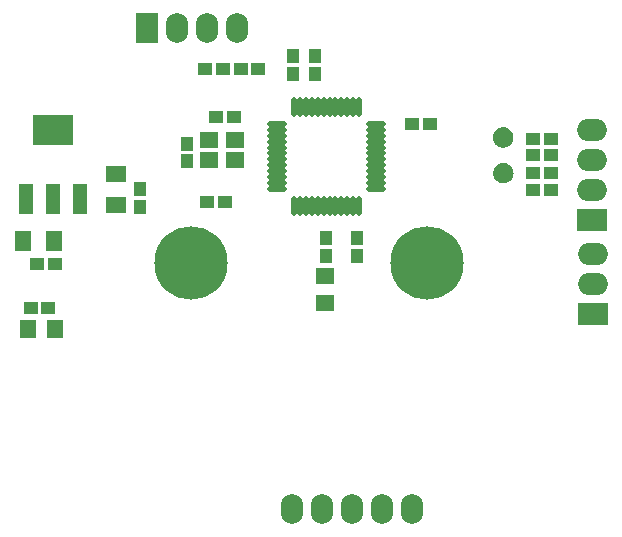
<source format=gts>
G04*
G04 #@! TF.GenerationSoftware,Altium Limited,Altium Designer,21.3.2 (30)*
G04*
G04 Layer_Color=8388736*
%FSLAX24Y24*%
%MOIN*%
G70*
G04*
G04 #@! TF.SameCoordinates,C6C43F33-DCCB-449E-A6F8-7945281E5F6C*
G04*
G04*
G04 #@! TF.FilePolarity,Negative*
G04*
G01*
G75*
%ADD20R,0.0709X0.0551*%
%ADD22R,0.0551X0.0709*%
%ADD30R,0.0474X0.1025*%
%ADD31R,0.1379X0.1025*%
%ADD32R,0.0434X0.0454*%
%ADD33R,0.0454X0.0434*%
%ADD34R,0.0580X0.0630*%
%ADD35R,0.0630X0.0580*%
%ADD36O,0.0198X0.0651*%
%ADD37O,0.0651X0.0198*%
%ADD38C,0.0159*%
G04:AMPARAMS|DCode=39|XSize=63.1mil|YSize=55.2mil|CornerRadius=9.9mil|HoleSize=0mil|Usage=FLASHONLY|Rotation=0.000|XOffset=0mil|YOffset=0mil|HoleType=Round|Shape=RoundedRectangle|*
%AMROUNDEDRECTD39*
21,1,0.0631,0.0354,0,0,0.0*
21,1,0.0433,0.0552,0,0,0.0*
1,1,0.0198,0.0217,-0.0177*
1,1,0.0198,-0.0217,-0.0177*
1,1,0.0198,-0.0217,0.0177*
1,1,0.0198,0.0217,0.0177*
%
%ADD39ROUNDEDRECTD39*%
%ADD40O,0.0986X0.0749*%
%ADD41R,0.0986X0.0749*%
%ADD42O,0.0749X0.0986*%
%ADD43R,0.0749X0.0986*%
%ADD44C,0.2442*%
G36*
X18519Y14389D02*
X18521Y14388D01*
X18535Y14387D01*
X18537Y14387D01*
X18539Y14387D01*
X18566Y14381D01*
X18568Y14381D01*
X18569Y14380D01*
X18596Y14373D01*
X18598Y14372D01*
X18599Y14372D01*
X18625Y14361D01*
X18627Y14361D01*
X18629Y14360D01*
X18653Y14348D01*
X18655Y14347D01*
X18656Y14346D01*
X18680Y14331D01*
X18681Y14330D01*
X18683Y14329D01*
X18705Y14312D01*
X18706Y14311D01*
X18708Y14310D01*
X18728Y14291D01*
X18729Y14290D01*
X18731Y14289D01*
X18749Y14268D01*
X18750Y14267D01*
X18752Y14265D01*
X18768Y14243D01*
X18769Y14242D01*
X18770Y14240D01*
X18785Y14217D01*
X18786Y14215D01*
X18786Y14213D01*
X18799Y14189D01*
X18799Y14187D01*
X18800Y14185D01*
X18810Y14159D01*
X18811Y14158D01*
X18811Y14156D01*
X18819Y14129D01*
X18819Y14128D01*
X18820Y14126D01*
X18825Y14099D01*
X18825Y14097D01*
X18825Y14095D01*
X18828Y14067D01*
X18828Y14066D01*
X18828Y14064D01*
X18828Y14050D01*
X18828Y14050D01*
X18828Y14036D01*
X18828Y14034D01*
X18828Y14033D01*
X18825Y14005D01*
X18825Y14003D01*
X18825Y14001D01*
X18820Y13974D01*
X18819Y13972D01*
X18819Y13971D01*
X18811Y13944D01*
X18811Y13942D01*
X18810Y13941D01*
X18800Y13915D01*
X18799Y13913D01*
X18799Y13911D01*
X18786Y13887D01*
X18786Y13885D01*
X18785Y13883D01*
X18770Y13860D01*
X18769Y13858D01*
X18768Y13857D01*
X18752Y13835D01*
X18750Y13833D01*
X18749Y13832D01*
X18731Y13811D01*
X18729Y13810D01*
X18728Y13809D01*
X18708Y13790D01*
X18706Y13789D01*
X18705Y13788D01*
X18683Y13771D01*
X18681Y13770D01*
X18680Y13769D01*
X18656Y13754D01*
X18655Y13753D01*
X18653Y13752D01*
X18629Y13740D01*
X18627Y13739D01*
X18625Y13739D01*
X18599Y13728D01*
X18598Y13728D01*
X18596Y13727D01*
X18569Y13720D01*
X18568Y13719D01*
X18566Y13719D01*
X18539Y13713D01*
X18537Y13713D01*
X18535Y13713D01*
X18521Y13712D01*
X18519Y13712D01*
X18517Y13711D01*
X18517D01*
X18517Y13711D01*
X18516Y13711D01*
X18514Y13712D01*
X18512Y13712D01*
X18512Y13712D01*
X18511Y13712D01*
X18509Y13712D01*
X18507Y13713D01*
X18506Y13713D01*
X18506Y13713D01*
X18504Y13714D01*
X18502Y13714D01*
X18501Y13715D01*
X18501Y13715D01*
X18499Y13716D01*
X18497Y13717D01*
X18497Y13717D01*
X18496Y13717D01*
X18495Y13719D01*
X18493Y13720D01*
X18493Y13720D01*
X18492Y13720D01*
X18491Y13722D01*
X18489Y13723D01*
X18489Y13724D01*
X18488Y13724D01*
X18488Y13724D01*
X18488Y13724D01*
X18487Y13724D01*
X18487Y13723D01*
X18486Y13722D01*
X18485Y13721D01*
X18484Y13721D01*
X18484Y13720D01*
X18483Y13720D01*
X18483Y13720D01*
X18482Y13719D01*
X18481Y13718D01*
X18480Y13718D01*
X18480Y13717D01*
X18479Y13717D01*
X18478Y13717D01*
X18477Y13716D01*
X18476Y13716D01*
X18476Y13715D01*
X18475Y13715D01*
X18474Y13715D01*
X18474Y13714D01*
X18473Y13714D01*
X18471Y13714D01*
X18471Y13713D01*
X18470Y13713D01*
X18469Y13713D01*
X18469Y13713D01*
X18468Y13713D01*
X18466Y13712D01*
X18466Y13712D01*
X18465Y13712D01*
X18464Y13712D01*
X18464Y13712D01*
X18462Y13712D01*
X18461Y13711D01*
X18460Y13711D01*
X18460Y13711D01*
X18459Y13711D01*
X18458Y13711D01*
X18457Y13711D01*
X18456Y13711D01*
X18455Y13712D01*
X18454Y13712D01*
X18441Y13713D01*
X18439Y13713D01*
X18437Y13713D01*
X18410Y13719D01*
X18408Y13719D01*
X18406Y13720D01*
X18380Y13727D01*
X18378Y13728D01*
X18376Y13728D01*
X18351Y13739D01*
X18349Y13739D01*
X18347Y13740D01*
X18323Y13752D01*
X18321Y13753D01*
X18319Y13754D01*
X18296Y13769D01*
X18294Y13770D01*
X18293Y13771D01*
X18271Y13788D01*
X18270Y13789D01*
X18268Y13790D01*
X18248Y13809D01*
X18246Y13810D01*
X18245Y13811D01*
X18227Y13832D01*
X18225Y13833D01*
X18224Y13835D01*
X18208Y13857D01*
X18207Y13858D01*
X18206Y13860D01*
X18191Y13883D01*
X18190Y13885D01*
X18189Y13887D01*
X18177Y13911D01*
X18176Y13913D01*
X18176Y13915D01*
X18166Y13941D01*
X18165Y13942D01*
X18164Y13944D01*
X18157Y13971D01*
X18157Y13972D01*
X18156Y13974D01*
X18151Y14001D01*
X18151Y14003D01*
X18151Y14005D01*
X18148Y14032D01*
X18148Y14034D01*
X18148Y14036D01*
X18148Y14050D01*
X18148Y14064D01*
X18148Y14066D01*
X18148Y14067D01*
X18151Y14095D01*
X18151Y14097D01*
X18151Y14099D01*
X18156Y14126D01*
X18157Y14128D01*
X18157Y14129D01*
X18164Y14156D01*
X18165Y14158D01*
X18166Y14159D01*
X18176Y14185D01*
X18176Y14187D01*
X18177Y14189D01*
X18189Y14213D01*
X18190Y14215D01*
X18191Y14217D01*
X18206Y14240D01*
X18207Y14242D01*
X18208Y14243D01*
X18224Y14265D01*
X18225Y14267D01*
X18227Y14268D01*
X18245Y14289D01*
X18246Y14290D01*
X18248Y14291D01*
X18268Y14310D01*
X18270Y14311D01*
X18271Y14312D01*
X18293Y14329D01*
X18294Y14330D01*
X18296Y14331D01*
X18319Y14346D01*
X18321Y14347D01*
X18323Y14348D01*
X18347Y14360D01*
X18349Y14361D01*
X18351Y14361D01*
X18376Y14372D01*
X18378Y14372D01*
X18380Y14373D01*
X18406Y14380D01*
X18408Y14381D01*
X18410Y14381D01*
X18437Y14387D01*
X18439Y14387D01*
X18441Y14387D01*
X18454Y14388D01*
X18456Y14389D01*
X18458Y14389D01*
X18459Y14389D01*
X18460Y14389D01*
X18462Y14388D01*
X18464Y14388D01*
X18464Y14388D01*
X18465Y14388D01*
X18467Y14388D01*
X18469Y14387D01*
X18469Y14387D01*
X18470Y14387D01*
X18472Y14386D01*
X18474Y14386D01*
X18474Y14385D01*
X18475Y14385D01*
X18477Y14384D01*
X18478Y14383D01*
X18479Y14383D01*
X18480Y14383D01*
X18481Y14381D01*
X18483Y14380D01*
X18483Y14380D01*
X18484Y14380D01*
X18485Y14378D01*
X18487Y14377D01*
X18487Y14376D01*
X18488Y14376D01*
X18488Y14376D01*
X18488Y14376D01*
X18489Y14376D01*
X18489Y14377D01*
X18491Y14378D01*
X18492Y14380D01*
X18493Y14380D01*
X18493Y14380D01*
X18495Y14381D01*
X18496Y14383D01*
X18497Y14383D01*
X18497Y14383D01*
X18499Y14384D01*
X18501Y14385D01*
X18501Y14385D01*
X18502Y14386D01*
X18504Y14386D01*
X18506Y14387D01*
X18506Y14387D01*
X18507Y14387D01*
X18509Y14388D01*
X18511Y14388D01*
X18512Y14388D01*
X18512Y14388D01*
X18514Y14388D01*
X18516Y14389D01*
X18517Y14389D01*
X18517Y14389D01*
X18519Y14389D01*
D02*
G37*
G36*
X18512Y15579D02*
X18513Y15578D01*
X18527Y15577D01*
X18529Y15577D01*
X18531Y15577D01*
X18558Y15571D01*
X18560Y15571D01*
X18562Y15570D01*
X18588Y15563D01*
X18590Y15562D01*
X18592Y15562D01*
X18617Y15551D01*
X18619Y15551D01*
X18621Y15550D01*
X18645Y15538D01*
X18647Y15537D01*
X18649Y15536D01*
X18672Y15521D01*
X18673Y15520D01*
X18675Y15519D01*
X18697Y15502D01*
X18698Y15501D01*
X18700Y15500D01*
X18720Y15481D01*
X18721Y15480D01*
X18723Y15479D01*
X18741Y15458D01*
X18742Y15457D01*
X18744Y15455D01*
X18760Y15433D01*
X18761Y15432D01*
X18762Y15430D01*
X18777Y15407D01*
X18778Y15405D01*
X18779Y15403D01*
X18791Y15379D01*
X18792Y15377D01*
X18792Y15375D01*
X18802Y15349D01*
X18803Y15348D01*
X18803Y15346D01*
X18811Y15319D01*
X18811Y15318D01*
X18812Y15316D01*
X18817Y15289D01*
X18817Y15287D01*
X18817Y15285D01*
X18820Y15257D01*
X18820Y15256D01*
X18820Y15254D01*
X18820Y15240D01*
X18820Y15240D01*
X18820Y15226D01*
X18820Y15224D01*
X18820Y15223D01*
X18817Y15195D01*
X18817Y15193D01*
X18817Y15191D01*
X18812Y15164D01*
X18811Y15162D01*
X18811Y15161D01*
X18803Y15134D01*
X18803Y15132D01*
X18802Y15131D01*
X18792Y15105D01*
X18792Y15103D01*
X18791Y15101D01*
X18779Y15077D01*
X18778Y15075D01*
X18777Y15073D01*
X18762Y15050D01*
X18761Y15048D01*
X18760Y15047D01*
X18744Y15025D01*
X18742Y15023D01*
X18741Y15022D01*
X18723Y15001D01*
X18721Y15000D01*
X18720Y14999D01*
X18700Y14980D01*
X18698Y14979D01*
X18697Y14978D01*
X18675Y14961D01*
X18673Y14960D01*
X18672Y14959D01*
X18649Y14944D01*
X18647Y14943D01*
X18645Y14942D01*
X18621Y14930D01*
X18619Y14929D01*
X18617Y14929D01*
X18592Y14918D01*
X18590Y14918D01*
X18588Y14917D01*
X18562Y14910D01*
X18560Y14909D01*
X18558Y14909D01*
X18531Y14903D01*
X18529Y14903D01*
X18527Y14903D01*
X18513Y14902D01*
X18512Y14901D01*
X18510Y14901D01*
X18510D01*
X18509Y14901D01*
X18508Y14901D01*
X18506Y14902D01*
X18504Y14902D01*
X18504Y14902D01*
X18503Y14902D01*
X18501Y14902D01*
X18499Y14903D01*
X18499Y14903D01*
X18498Y14903D01*
X18496Y14904D01*
X18494Y14904D01*
X18494Y14905D01*
X18493Y14905D01*
X18491Y14906D01*
X18489Y14907D01*
X18489Y14907D01*
X18488Y14907D01*
X18487Y14909D01*
X18485Y14910D01*
X18485Y14910D01*
X18484Y14910D01*
X18483Y14912D01*
X18481Y14913D01*
X18481Y14914D01*
X18480Y14914D01*
X18480Y14914D01*
X18480Y14914D01*
X18479Y14914D01*
X18479Y14913D01*
X18478Y14912D01*
X18477Y14911D01*
X18476Y14911D01*
X18476Y14910D01*
X18475Y14910D01*
X18475Y14910D01*
X18474Y14909D01*
X18473Y14908D01*
X18472Y14908D01*
X18472Y14907D01*
X18471Y14907D01*
X18471Y14907D01*
X18469Y14906D01*
X18468Y14906D01*
X18468Y14905D01*
X18467Y14905D01*
X18466Y14905D01*
X18466Y14904D01*
X18465Y14904D01*
X18464Y14904D01*
X18463Y14903D01*
X18462Y14903D01*
X18461Y14903D01*
X18461Y14903D01*
X18460Y14902D01*
X18459Y14902D01*
X18458Y14902D01*
X18457Y14902D01*
X18456Y14902D01*
X18456Y14902D01*
X18455Y14902D01*
X18453Y14901D01*
X18453Y14901D01*
X18452Y14901D01*
X18451Y14901D01*
X18450Y14901D01*
X18449Y14901D01*
X18448Y14901D01*
X18447Y14902D01*
X18447Y14902D01*
X18433Y14903D01*
X18431Y14903D01*
X18429Y14903D01*
X18402Y14909D01*
X18400Y14909D01*
X18398Y14910D01*
X18372Y14917D01*
X18370Y14918D01*
X18368Y14918D01*
X18343Y14929D01*
X18341Y14929D01*
X18339Y14930D01*
X18315Y14942D01*
X18313Y14943D01*
X18311Y14944D01*
X18288Y14959D01*
X18287Y14960D01*
X18285Y14961D01*
X18263Y14978D01*
X18262Y14979D01*
X18260Y14980D01*
X18240Y14999D01*
X18239Y15000D01*
X18237Y15001D01*
X18219Y15022D01*
X18218Y15023D01*
X18216Y15025D01*
X18200Y15047D01*
X18199Y15048D01*
X18198Y15050D01*
X18183Y15073D01*
X18182Y15075D01*
X18181Y15077D01*
X18169Y15101D01*
X18168Y15103D01*
X18168Y15105D01*
X18158Y15131D01*
X18157Y15132D01*
X18157Y15134D01*
X18149Y15161D01*
X18149Y15162D01*
X18148Y15164D01*
X18143Y15191D01*
X18143Y15193D01*
X18143Y15195D01*
X18140Y15223D01*
X18140Y15224D01*
X18140Y15226D01*
X18140Y15240D01*
X18140Y15254D01*
X18140Y15256D01*
X18140Y15257D01*
X18143Y15285D01*
X18143Y15287D01*
X18143Y15289D01*
X18148Y15316D01*
X18149Y15318D01*
X18149Y15319D01*
X18157Y15346D01*
X18157Y15348D01*
X18158Y15349D01*
X18168Y15375D01*
X18168Y15377D01*
X18169Y15379D01*
X18181Y15403D01*
X18182Y15405D01*
X18183Y15407D01*
X18198Y15430D01*
X18199Y15432D01*
X18200Y15433D01*
X18216Y15455D01*
X18218Y15457D01*
X18219Y15458D01*
X18237Y15479D01*
X18239Y15480D01*
X18240Y15481D01*
X18260Y15500D01*
X18262Y15501D01*
X18263Y15502D01*
X18285Y15519D01*
X18287Y15520D01*
X18288Y15521D01*
X18311Y15536D01*
X18313Y15537D01*
X18315Y15538D01*
X18339Y15550D01*
X18341Y15551D01*
X18343Y15551D01*
X18368Y15562D01*
X18370Y15562D01*
X18372Y15563D01*
X18398Y15570D01*
X18400Y15571D01*
X18402Y15571D01*
X18429Y15577D01*
X18431Y15577D01*
X18433Y15577D01*
X18447Y15578D01*
X18448Y15579D01*
X18450Y15579D01*
X18451Y15579D01*
X18452Y15579D01*
X18454Y15578D01*
X18456Y15578D01*
X18456Y15578D01*
X18457Y15578D01*
X18459Y15578D01*
X18461Y15577D01*
X18461Y15577D01*
X18462Y15577D01*
X18464Y15576D01*
X18466Y15576D01*
X18466Y15575D01*
X18467Y15575D01*
X18469Y15574D01*
X18471Y15573D01*
X18471Y15573D01*
X18472Y15573D01*
X18473Y15571D01*
X18475Y15570D01*
X18475Y15570D01*
X18476Y15570D01*
X18477Y15568D01*
X18479Y15567D01*
X18479Y15566D01*
X18480Y15566D01*
X18480Y15566D01*
X18480Y15566D01*
X18481Y15566D01*
X18481Y15567D01*
X18483Y15568D01*
X18484Y15570D01*
X18485Y15570D01*
X18485Y15570D01*
X18487Y15571D01*
X18488Y15573D01*
X18489Y15573D01*
X18489Y15573D01*
X18491Y15574D01*
X18493Y15575D01*
X18494Y15575D01*
X18494Y15576D01*
X18496Y15576D01*
X18498Y15577D01*
X18499Y15577D01*
X18499Y15577D01*
X18501Y15578D01*
X18503Y15578D01*
X18504Y15578D01*
X18504Y15578D01*
X18506Y15578D01*
X18508Y15579D01*
X18509Y15579D01*
X18510Y15579D01*
X18512Y15579D01*
D02*
G37*
D20*
X5560Y14012D02*
D03*
Y12988D02*
D03*
D22*
X3502Y11780D02*
D03*
X2478D02*
D03*
D30*
X2572Y13194D02*
D03*
X3477D02*
D03*
X4383D02*
D03*
D31*
X3477Y15478D02*
D03*
D32*
X6380Y13525D02*
D03*
Y12935D02*
D03*
X11480Y17350D02*
D03*
Y17941D02*
D03*
X13610Y11875D02*
D03*
Y11285D02*
D03*
X12570D02*
D03*
Y11875D02*
D03*
X12210Y17941D02*
D03*
Y17350D02*
D03*
X7950Y14445D02*
D03*
Y15035D02*
D03*
D33*
X3535Y11010D02*
D03*
X2945D02*
D03*
X9205Y13090D02*
D03*
X8615D02*
D03*
X15440Y15690D02*
D03*
X16031D02*
D03*
X2735Y9560D02*
D03*
X3325D02*
D03*
X20065Y13480D02*
D03*
X19475D02*
D03*
X20065Y14670D02*
D03*
X19475D02*
D03*
X8545Y17520D02*
D03*
X9135D02*
D03*
X19475Y14050D02*
D03*
X20065D02*
D03*
X19491Y15200D02*
D03*
X20082D02*
D03*
X10325Y17520D02*
D03*
X9735D02*
D03*
X9501Y15920D02*
D03*
X8910D02*
D03*
D34*
X2650Y8860D02*
D03*
X3550D02*
D03*
D35*
X12540Y10630D02*
D03*
Y9730D02*
D03*
D36*
X11511Y16269D02*
D03*
X11708D02*
D03*
X11904D02*
D03*
X12101D02*
D03*
X12298D02*
D03*
X12495D02*
D03*
X12692D02*
D03*
X12889D02*
D03*
X13086D02*
D03*
X13282D02*
D03*
X13479D02*
D03*
X13676D02*
D03*
Y12942D02*
D03*
X13479D02*
D03*
X13282D02*
D03*
X13086D02*
D03*
X12889D02*
D03*
X12692D02*
D03*
X12495D02*
D03*
X12298D02*
D03*
X12101D02*
D03*
X11904D02*
D03*
X11708D02*
D03*
X11511D02*
D03*
D37*
X14257Y15688D02*
D03*
Y15491D02*
D03*
Y15294D02*
D03*
Y15097D02*
D03*
Y14901D02*
D03*
Y14704D02*
D03*
Y14507D02*
D03*
Y14310D02*
D03*
Y14113D02*
D03*
Y13916D02*
D03*
Y13719D02*
D03*
Y13523D02*
D03*
X10930D02*
D03*
Y13719D02*
D03*
Y13916D02*
D03*
Y14113D02*
D03*
Y14310D02*
D03*
Y14507D02*
D03*
Y14704D02*
D03*
Y14901D02*
D03*
Y15097D02*
D03*
Y15294D02*
D03*
Y15491D02*
D03*
Y15688D02*
D03*
D38*
X18630Y14050D02*
D03*
X18346D02*
D03*
X18622Y15240D02*
D03*
X18338D02*
D03*
D39*
X8677Y14475D02*
D03*
X9543D02*
D03*
Y15145D02*
D03*
X8677D02*
D03*
D40*
X21460Y11360D02*
D03*
Y10360D02*
D03*
X21450Y15490D02*
D03*
Y14490D02*
D03*
Y13490D02*
D03*
D41*
X21460Y9360D02*
D03*
X21450Y12490D02*
D03*
D42*
X8600Y18900D02*
D03*
X7600D02*
D03*
X9600D02*
D03*
X15440Y2840D02*
D03*
X14440D02*
D03*
X13440D02*
D03*
X12440D02*
D03*
X11440D02*
D03*
D43*
X6600Y18900D02*
D03*
D44*
X15945Y11057D02*
D03*
X8071D02*
D03*
M02*

</source>
